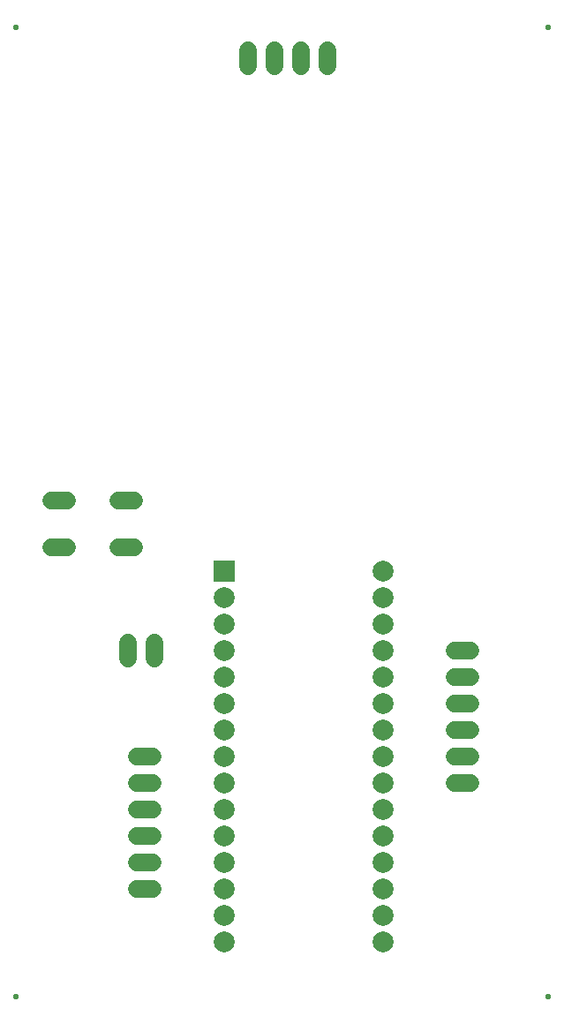
<source format=gbr>
G04 EAGLE Gerber RS-274X export*
G75*
%MOMM*%
%FSLAX34Y34*%
%LPD*%
%INSoldermask Top*%
%IPPOS*%
%AMOC8*
5,1,8,0,0,1.08239X$1,22.5*%
G01*
%ADD10C,0.553200*%
%ADD11C,1.727200*%
%ADD12R,2.003200X2.003200*%
%ADD13C,2.003200*%
%ADD14C,1.711200*%


D10*
X240000Y950000D03*
X750000Y950000D03*
X750000Y20000D03*
X240000Y20000D03*
D11*
X338192Y450794D02*
X353432Y450794D01*
X353432Y496006D02*
X338192Y496006D01*
X288408Y450794D02*
X273168Y450794D01*
X273168Y496006D02*
X288408Y496006D01*
D12*
X439100Y428000D03*
D13*
X439100Y402600D03*
X439100Y377200D03*
X439100Y351800D03*
X439100Y326400D03*
X439100Y301000D03*
X439100Y275600D03*
X439100Y250200D03*
X439100Y224800D03*
X439100Y199400D03*
X439100Y174000D03*
X439100Y148600D03*
X439100Y123200D03*
X439100Y97800D03*
X439100Y72400D03*
X591500Y72400D03*
X591500Y97800D03*
X591500Y123200D03*
X591500Y148600D03*
X591500Y174000D03*
X591500Y199400D03*
X591500Y224800D03*
X591500Y250200D03*
X591500Y275600D03*
X591500Y301000D03*
X591500Y326400D03*
X591500Y351800D03*
X591500Y377200D03*
X591500Y402600D03*
X591500Y428000D03*
D14*
X370440Y123200D02*
X355360Y123200D01*
X355360Y148600D02*
X370440Y148600D01*
X370440Y174000D02*
X355360Y174000D01*
X355360Y199400D02*
X370440Y199400D01*
X370440Y224800D02*
X355360Y224800D01*
X355360Y250200D02*
X370440Y250200D01*
X372800Y344560D02*
X372800Y359640D01*
X347400Y359640D02*
X347400Y344560D01*
X660160Y224800D02*
X675240Y224800D01*
X675240Y250200D02*
X660160Y250200D01*
X660160Y275600D02*
X675240Y275600D01*
X675240Y301000D02*
X660160Y301000D01*
X660160Y326400D02*
X675240Y326400D01*
X675240Y351800D02*
X660160Y351800D01*
X461900Y912460D02*
X461900Y927540D01*
X487300Y927540D02*
X487300Y912460D01*
X512700Y912460D02*
X512700Y927540D01*
X538100Y927540D02*
X538100Y912460D01*
M02*

</source>
